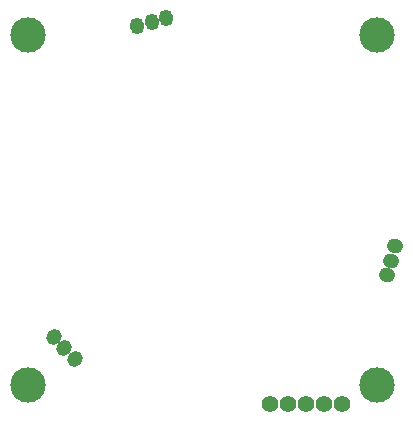
<source format=gbs>
G04*
G04 #@! TF.GenerationSoftware,Altium Limited,Altium Designer,19.1.5 (86)*
G04*
G04 Layer_Color=16711935*
%FSLAX25Y25*%
%MOIN*%
G70*
G01*
G75*
%ADD24C,0.05524*%
G04:AMPARAMS|DCode=25|XSize=55.24mil|YSize=48mil|CornerRadius=0mil|HoleSize=0mil|Usage=FLASHONLY|Rotation=105.000|XOffset=0mil|YOffset=0mil|HoleType=Round|Shape=Round|*
%AMOVALD25*
21,1,0.00724,0.04800,0.00000,0.00000,105.0*
1,1,0.04800,0.00094,-0.00350*
1,1,0.04800,-0.00094,0.00350*
%
%ADD25OVALD25*%

G04:AMPARAMS|DCode=26|XSize=55.24mil|YSize=48mil|CornerRadius=0mil|HoleSize=0mil|Usage=FLASHONLY|Rotation=225.000|XOffset=0mil|YOffset=0mil|HoleType=Round|Shape=Round|*
%AMOVALD26*
21,1,0.00724,0.04800,0.00000,0.00000,225.0*
1,1,0.04800,0.00256,0.00256*
1,1,0.04800,-0.00256,-0.00256*
%
%ADD26OVALD26*%

G04:AMPARAMS|DCode=27|XSize=55.24mil|YSize=48mil|CornerRadius=0mil|HoleSize=0mil|Usage=FLASHONLY|Rotation=345.000|XOffset=0mil|YOffset=0mil|HoleType=Round|Shape=Round|*
%AMOVALD27*
21,1,0.00724,0.04800,0.00000,0.00000,345.0*
1,1,0.04800,-0.00350,0.00094*
1,1,0.04800,0.00350,-0.00094*
%
%ADD27OVALD27*%

%ADD28C,0.11824*%
D24*
X46700Y-64500D02*
D03*
X40700D02*
D03*
X34700D02*
D03*
X28700D02*
D03*
X22700D02*
D03*
D25*
X-21655Y61501D02*
D03*
X-16826Y62795D02*
D03*
X-11996Y64089D02*
D03*
D26*
X-49505Y-42433D02*
D03*
X-45969Y-45969D02*
D03*
X-42433Y-49504D02*
D03*
D27*
X64089Y-11996D02*
D03*
X62795Y-16826D02*
D03*
X61501Y-21655D02*
D03*
D28*
X-58268Y-58268D02*
D03*
X58268D02*
D03*
Y58268D02*
D03*
X-58268D02*
D03*
M02*

</source>
